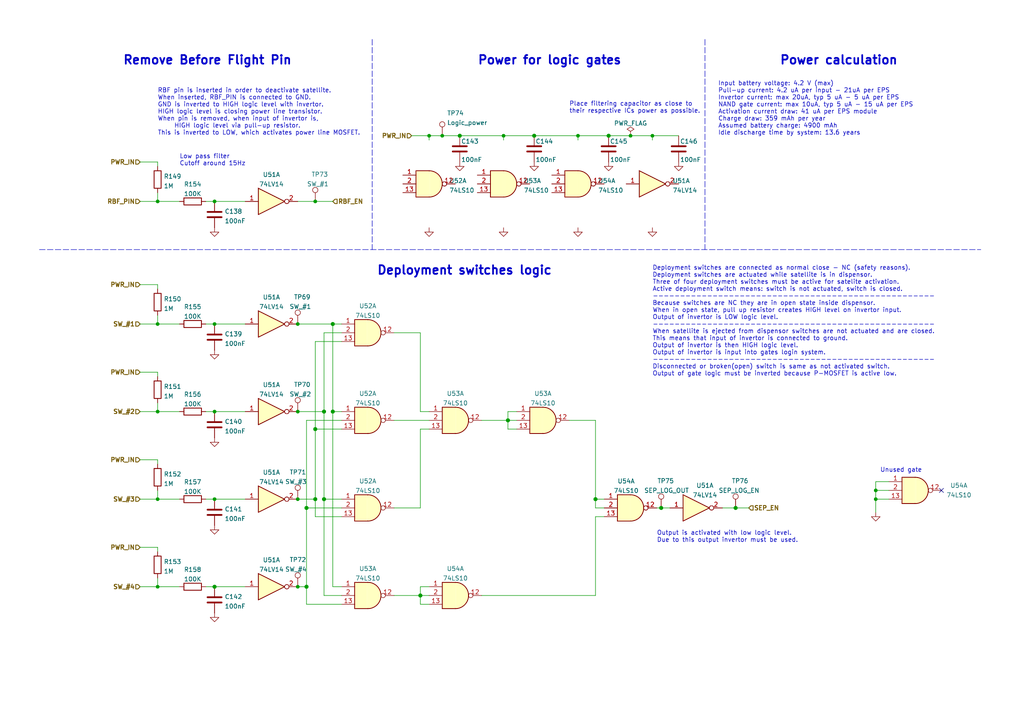
<source format=kicad_sch>
(kicad_sch (version 20210621) (generator eeschema)
  (paper "A4")
  (title_block (title "BUTCube - EPS") (date "2021-06-01") (rev "v1.0") (company "VUT - FIT(STRaDe) & FME(IAE & IPE)") (comment 1 "Author: Petr Malaník"))
  (lib_symbols
    (symbol "74xx:74LS10" (pin_names (offset 1.016))
      (property "Reference" "U" (at 0 1.27 0))
      (property "Value" "74LS10" (at 0 -1.27 0))
      (symbol "74LS10_1_1"
        (arc (start 0 -3.81) (end 0 3.81) (radius (at 0 0) (length 3.81) (angles -89.9 89.9)) (stroke (width 0.254)) (fill (type background)))
        (polyline (pts (xy 0 3.81) (xy -3.81 3.81) (xy -3.81 -3.81) (xy 0 -3.81)) (stroke (width 0.254)) (fill (type background)))
        (pin input line (at -7.62 2.54 0) (length 3.81) (name "~") (number "1"))
        (pin output inverted (at 7.62 0 180) (length 3.81) (name "~") (number "12"))
        (pin input line (at -7.62 -2.54 0) (length 3.81) (name "~") (number "13"))
        (pin input line (at -7.62 0 0) (length 3.81) (name "~") (number "2"))
      )
      (symbol "74LS10_1_2"
        (arc (start -3.81 3.81) (end -3.81 -3.81) (radius (at -9.144 0) (length 6.5532) (angles 35.4 -35.4)) (stroke (width 0.254)))
        (arc (start 3.81 0) (end -0.6096 3.81) (radius (at -1.1938 -1.3208) (length 5.1816) (angles 15 83.7)) (stroke (width 0.254)) (fill (type background)))
        (arc (start 3.81 0) (end -0.6096 -3.81) (radius (at -1.1938 1.3208) (length 5.1816) (angles -15 -83.7)) (stroke (width 0.254)) (fill (type background)))
        (polyline (pts (xy -3.81 -3.81) (xy -0.635 -3.81)) (stroke (width 0.254)) (fill (type background)))
        (polyline (pts (xy -3.81 3.81) (xy -0.635 3.81)) (stroke (width 0.254)) (fill (type background)))
        (polyline (pts (xy -0.635 3.81) (xy -3.81 3.81) (xy -3.81 3.81) (xy -3.556 3.4036) (xy -3.0226 2.2606) (xy -2.6924 1.0414) (xy -2.6162 -0.254) (xy -2.7686 -1.4986) (xy -3.175 -2.7178) (xy -3.81 -3.81) (xy -3.81 -3.81) (xy -0.635 -3.81)) (stroke (width -25.4)) (fill (type background)))
        (pin input inverted (at -7.62 2.54 0) (length 4.318) (name "~") (number "1"))
        (pin output line (at 7.62 0 180) (length 3.81) (name "~") (number "12"))
        (pin input inverted (at -7.62 -2.54 0) (length 4.318) (name "~") (number "13"))
        (pin input inverted (at -7.62 0 0) (length 4.953) (name "~") (number "2"))
      )
      (symbol "74LS10_2_1"
        (arc (start 0 -3.81) (end 0 3.81) (radius (at 0 0) (length 3.81) (angles -89.9 89.9)) (stroke (width 0.254)) (fill (type background)))
        (polyline (pts (xy 0 3.81) (xy -3.81 3.81) (xy -3.81 -3.81) (xy 0 -3.81)) (stroke (width 0.254)) (fill (type background)))
        (pin input line (at -7.62 2.54 0) (length 3.81) (name "~") (number "3"))
        (pin input line (at -7.62 0 0) (length 3.81) (name "~") (number "4"))
        (pin input line (at -7.62 -2.54 0) (length 3.81) (name "~") (number "5"))
        (pin output inverted (at 7.62 0 180) (length 3.81) (name "~") (number "6"))
      )
      (symbol "74LS10_2_2"
        (arc (start -3.81 3.81) (end -3.81 -3.81) (radius (at -9.144 0) (length 6.5532) (angles 35.4 -35.4)) (stroke (width 0.254)))
        (arc (start 3.81 0) (end -0.6096 3.81) (radius (at -1.1938 -1.3208) (length 5.1816) (angles 15 83.7)) (stroke (width 0.254)) (fill (type background)))
        (arc (start 3.81 0) (end -0.6096 -3.81) (radius (at -1.1938 1.3208) (length 5.1816) (angles -15 -83.7)) (stroke (width 0.254)) (fill (type background)))
        (polyline (pts (xy -3.81 -3.81) (xy -0.635 -3.81)) (stroke (width 0.254)) (fill (type background)))
        (polyline (pts (xy -3.81 3.81) (xy -0.635 3.81)) (stroke (width 0.254)) (fill (type background)))
        (polyline (pts (xy -0.635 3.81) (xy -3.81 3.81) (xy -3.81 3.81) (xy -3.556 3.4036) (xy -3.0226 2.2606) (xy -2.6924 1.0414) (xy -2.6162 -0.254) (xy -2.7686 -1.4986) (xy -3.175 -2.7178) (xy -3.81 -3.81) (xy -3.81 -3.81) (xy -0.635 -3.81)) (stroke (width -25.4)) (fill (type background)))
        (pin input inverted (at -7.62 2.54 0) (length 4.318) (name "~") (number "3"))
        (pin input inverted (at -7.62 0 0) (length 4.953) (name "~") (number "4"))
        (pin input inverted (at -7.62 -2.54 0) (length 4.318) (name "~") (number "5"))
        (pin output line (at 7.62 0 180) (length 3.81) (name "~") (number "6"))
      )
      (symbol "74LS10_3_1"
        (arc (start 0 -3.81) (end 0 3.81) (radius (at 0 0) (length 3.81) (angles -89.9 89.9)) (stroke (width 0.254)) (fill (type background)))
        (polyline (pts (xy 0 3.81) (xy -3.81 3.81) (xy -3.81 -3.81) (xy 0 -3.81)) (stroke (width 0.254)) (fill (type background)))
        (pin input line (at -7.62 0 0) (length 3.81) (name "~") (number "10"))
        (pin input line (at -7.62 -2.54 0) (length 3.81) (name "~") (number "11"))
        (pin output inverted (at 7.62 0 180) (length 3.81) (name "~") (number "8"))
        (pin input line (at -7.62 2.54 0) (length 3.81) (name "~") (number "9"))
      )
      (symbol "74LS10_3_2"
        (arc (start -3.81 3.81) (end -3.81 -3.81) (radius (at -9.144 0) (length 6.5532) (angles 35.4 -35.4)) (stroke (width 0.254)))
        (arc (start 3.81 0) (end -0.6096 3.81) (radius (at -1.1938 -1.3208) (length 5.1816) (angles 15 83.7)) (stroke (width 0.254)) (fill (type background)))
        (arc (start 3.81 0) (end -0.6096 -3.81) (radius (at -1.1938 1.3208) (length 5.1816) (angles -15 -83.7)) (stroke (width 0.254)) (fill (type background)))
        (polyline (pts (xy -3.81 -3.81) (xy -0.635 -3.81)) (stroke (width 0.254)) (fill (type background)))
        (polyline (pts (xy -3.81 3.81) (xy -0.635 3.81)) (stroke (width 0.254)) (fill (type background)))
        (polyline (pts (xy -0.635 3.81) (xy -3.81 3.81) (xy -3.81 3.81) (xy -3.556 3.4036) (xy -3.0226 2.2606) (xy -2.6924 1.0414) (xy -2.6162 -0.254) (xy -2.7686 -1.4986) (xy -3.175 -2.7178) (xy -3.81 -3.81) (xy -3.81 -3.81) (xy -0.635 -3.81)) (stroke (width -25.4)) (fill (type background)))
        (pin input inverted (at -7.62 0 0) (length 4.953) (name "~") (number "10"))
        (pin input inverted (at -7.62 -2.54 0) (length 4.318) (name "~") (number "11"))
        (pin output line (at 7.62 0 180) (length 3.81) (name "~") (number "8"))
        (pin input inverted (at -7.62 2.54 0) (length 4.318) (name "~") (number "9"))
      )
      (symbol "74LS10_4_0"
        (pin power_in line (at 0 12.7 270) (length 5.08) (name "VCC") (number "14"))
        (pin power_in line (at 0 -12.7 90) (length 5.08) (name "GND") (number "7"))
      )
      (symbol "74LS10_4_1"
        (rectangle (start -5.08 7.62) (end 5.08 -7.62) (stroke (width 0.254)) (fill (type background)))
      )
    )
    (symbol "74xx:74LV14" (pin_names (offset 1.016))
      (property "Reference" "U" (at 0 1.27 0))
      (property "Value" "74LV14" (at 0 -1.27 0))
      (symbol "74LV14_1_0"
        (polyline (pts (xy -3.81 3.81) (xy -3.81 -3.81) (xy 3.81 0) (xy -3.81 3.81)) (stroke (width 0.254)) (fill (type background)))
        (pin input line (at -7.62 0 0) (length 3.81) (name "~") (number "1"))
        (pin output inverted (at 7.62 0 180) (length 3.81) (name "~") (number "2"))
      )
      (symbol "74LV14_2_0"
        (polyline (pts (xy -3.81 3.81) (xy -3.81 -3.81) (xy 3.81 0) (xy -3.81 3.81)) (stroke (width 0.254)) (fill (type background)))
        (pin input line (at -7.62 0 0) (length 3.81) (name "~") (number "3"))
        (pin output inverted (at 7.62 0 180) (length 3.81) (name "~") (number "4"))
      )
      (symbol "74LV14_3_0"
        (polyline (pts (xy -3.81 3.81) (xy -3.81 -3.81) (xy 3.81 0) (xy -3.81 3.81)) (stroke (width 0.254)) (fill (type background)))
        (pin input line (at -7.62 0 0) (length 3.81) (name "~") (number "5"))
        (pin output inverted (at 7.62 0 180) (length 3.81) (name "~") (number "6"))
      )
      (symbol "74LV14_4_0"
        (polyline (pts (xy -3.81 3.81) (xy -3.81 -3.81) (xy 3.81 0) (xy -3.81 3.81)) (stroke (width 0.254)) (fill (type background)))
        (pin output inverted (at 7.62 0 180) (length 3.81) (name "~") (number "8"))
        (pin input line (at -7.62 0 0) (length 3.81) (name "~") (number "9"))
      )
      (symbol "74LV14_5_0"
        (polyline (pts (xy -3.81 3.81) (xy -3.81 -3.81) (xy 3.81 0) (xy -3.81 3.81)) (stroke (width 0.254)) (fill (type background)))
        (pin output inverted (at 7.62 0 180) (length 3.81) (name "~") (number "10"))
        (pin input line (at -7.62 0 0) (length 3.81) (name "~") (number "11"))
      )
      (symbol "74LV14_6_0"
        (polyline (pts (xy -3.81 3.81) (xy -3.81 -3.81) (xy 3.81 0) (xy -3.81 3.81)) (stroke (width 0.254)) (fill (type background)))
        (pin output inverted (at 7.62 0 180) (length 3.81) (name "~") (number "12"))
        (pin input line (at -7.62 0 0) (length 3.81) (name "~") (number "13"))
      )
      (symbol "74LV14_7_0"
        (pin power_in line (at 0 12.7 270) (length 5.08) (name "3.3V") (number "14"))
        (pin power_in line (at 0 -12.7 90) (length 5.08) (name "GND") (number "7"))
      )
      (symbol "74LV14_7_1"
        (rectangle (start -5.08 7.62) (end 5.08 -7.62) (stroke (width 0.254)) (fill (type background)))
      )
    )
    (symbol "Connector:TestPoint" (pin_numbers hide) (pin_names (offset 0.762) hide)
      (property "Reference" "TP" (at 0 6.858 0))
      (property "Value" "TestPoint" (at 0 5.08 0))
      (symbol "TestPoint_0_1"
        (circle (center 0 3.302) (radius 0.762))
      )
      (symbol "TestPoint_1_1"
        (pin passive line (at 0 0 90) (length 2.54) (name "1") (number "1"))
      )
    )
    (symbol "Device:C" (pin_numbers hide) (pin_names (offset 0.254))
      (property "Reference" "C" (at 0.635 2.54 0))
      (property "Value" "C" (at 0.635 -2.54 0))
      (symbol "C_0_1"
        (polyline (pts (xy -2.032 -0.762) (xy 2.032 -0.762)) (stroke (width 0.508)))
        (polyline (pts (xy -2.032 0.762) (xy 2.032 0.762)) (stroke (width 0.508)))
      )
      (symbol "C_1_1"
        (pin passive line (at 0 3.81 270) (length 2.794) (name "~") (number "1"))
        (pin passive line (at 0 -3.81 90) (length 2.794) (name "~") (number "2"))
      )
    )
    (symbol "Device:R" (pin_numbers hide) (pin_names (offset 0))
      (property "Reference" "R" (at 2.032 0 90))
      (property "Value" "R" (at 0 0 90))
      (symbol "R_0_1"
        (rectangle (start -1.016 -2.54) (end 1.016 2.54) (stroke (width 0.254)))
      )
      (symbol "R_1_1"
        (pin passive line (at 0 3.81 270) (length 1.27) (name "~") (number "1"))
        (pin passive line (at 0 -3.81 90) (length 1.27) (name "~") (number "2"))
      )
    )
    (symbol "power:GND" (power) (pin_names (offset 0))
      (property "Value" "GND" (at 0 -3.81 0))
      (symbol "GND_0_1"
        (polyline (pts (xy 0 0) (xy 0 -1.27) (xy 1.27 -1.27) (xy 0 -2.54) (xy -1.27 -1.27) (xy 0 -1.27)))
      )
      (symbol "GND_1_1"
        (pin power_in line (at 0 0 270) (length 0) hide (name "GND") (number "1"))
      )
    )
    (symbol "power:PWR_FLAG" (power) (pin_numbers hide) (pin_names (offset 0) hide)
      (property "Value" "PWR_FLAG" (at 0 3.81 0))
      (symbol "PWR_FLAG_0_0"
        (pin power_out line (at 0 0 90) (length 0) (name "pwr") (number "1"))
      )
      (symbol "PWR_FLAG_0_1"
        (polyline (pts (xy 0 0) (xy 0 1.27) (xy -1.016 1.905) (xy 0 2.54) (xy 1.016 1.905) (xy 0 1.27)))
      )
    )
  )
  (junction (at 45.72 58.42) (diameter 0.9144))
  (junction (at 45.72 93.98) (diameter 0.9144))
  (junction (at 45.72 119.38) (diameter 0.9144))
  (junction (at 45.72 144.78) (diameter 0.9144))
  (junction (at 45.72 170.18) (diameter 0.9144))
  (junction (at 62.23 58.42) (diameter 0.9144))
  (junction (at 62.23 93.98) (diameter 0.9144))
  (junction (at 62.23 119.38) (diameter 0.9144))
  (junction (at 62.23 144.78) (diameter 0.9144))
  (junction (at 62.23 170.18) (diameter 1.016))
  (junction (at 86.36 93.98) (diameter 0.9144))
  (junction (at 86.36 119.38) (diameter 0.9144))
  (junction (at 86.36 144.78) (diameter 0.9144))
  (junction (at 86.36 170.18) (diameter 0.9144))
  (junction (at 88.9 147.32) (diameter 1.016))
  (junction (at 88.9 170.18) (diameter 1.016))
  (junction (at 91.44 58.42) (diameter 0.9144))
  (junction (at 91.44 124.46) (diameter 1.016))
  (junction (at 91.44 144.78) (diameter 1.016))
  (junction (at 93.98 119.38) (diameter 1.016))
  (junction (at 93.98 144.78) (diameter 1.016))
  (junction (at 96.52 93.98) (diameter 1.016))
  (junction (at 96.52 119.38) (diameter 1.016))
  (junction (at 121.92 172.72) (diameter 1.016))
  (junction (at 124.46 39.37) (diameter 0.9144))
  (junction (at 128.27 39.37) (diameter 0.9144))
  (junction (at 133.35 39.37) (diameter 1.016))
  (junction (at 146.05 39.37) (diameter 0.9144))
  (junction (at 147.32 121.92) (diameter 1.016))
  (junction (at 154.94 39.37) (diameter 1.016))
  (junction (at 167.64 39.37) (diameter 0.9144))
  (junction (at 172.72 144.78) (diameter 1.016))
  (junction (at 176.53 39.37) (diameter 1.016))
  (junction (at 182.88 39.37) (diameter 0.9144))
  (junction (at 189.23 39.37) (diameter 0.9144))
  (junction (at 191.77 147.32) (diameter 1.016))
  (junction (at 213.36 147.32) (diameter 1.016))
  (junction (at 254 142.24) (diameter 0.9144))
  (junction (at 254 144.78) (diameter 0.9144))
  (no_connect (at 273.05 142.24))
  (wire (pts (xy 40.64 46.99) (xy 45.72 46.99)))
  (wire (pts (xy 40.64 58.42) (xy 45.72 58.42)))
  (wire (pts (xy 40.64 82.55) (xy 45.72 82.55)))
  (wire (pts (xy 40.64 93.98) (xy 45.72 93.98)))
  (wire (pts (xy 40.64 107.95) (xy 45.72 107.95)))
  (wire (pts (xy 40.64 119.38) (xy 45.72 119.38)))
  (wire (pts (xy 40.64 133.35) (xy 45.72 133.35)))
  (wire (pts (xy 40.64 144.78) (xy 45.72 144.78)))
  (wire (pts (xy 40.64 158.75) (xy 45.72 158.75)))
  (wire (pts (xy 40.64 170.18) (xy 45.72 170.18)))
  (wire (pts (xy 45.72 46.99) (xy 45.72 48.26)))
  (wire (pts (xy 45.72 55.88) (xy 45.72 58.42)))
  (wire (pts (xy 45.72 58.42) (xy 52.07 58.42)))
  (wire (pts (xy 45.72 82.55) (xy 45.72 83.82)))
  (wire (pts (xy 45.72 91.44) (xy 45.72 93.98)))
  (wire (pts (xy 45.72 93.98) (xy 52.07 93.98)))
  (wire (pts (xy 45.72 107.95) (xy 45.72 109.22)))
  (wire (pts (xy 45.72 116.84) (xy 45.72 119.38)))
  (wire (pts (xy 45.72 119.38) (xy 52.07 119.38)))
  (wire (pts (xy 45.72 133.35) (xy 45.72 134.62)))
  (wire (pts (xy 45.72 142.24) (xy 45.72 144.78)))
  (wire (pts (xy 45.72 144.78) (xy 52.07 144.78)))
  (wire (pts (xy 45.72 158.75) (xy 45.72 160.02)))
  (wire (pts (xy 45.72 167.64) (xy 45.72 170.18)))
  (wire (pts (xy 45.72 170.18) (xy 52.07 170.18)))
  (wire (pts (xy 59.69 58.42) (xy 62.23 58.42)))
  (wire (pts (xy 59.69 93.98) (xy 62.23 93.98)))
  (wire (pts (xy 59.69 119.38) (xy 62.23 119.38)))
  (wire (pts (xy 59.69 144.78) (xy 62.23 144.78)))
  (wire (pts (xy 59.69 170.18) (xy 62.23 170.18)))
  (wire (pts (xy 62.23 58.42) (xy 71.12 58.42)))
  (wire (pts (xy 62.23 93.98) (xy 71.12 93.98)))
  (wire (pts (xy 62.23 119.38) (xy 71.12 119.38)))
  (wire (pts (xy 62.23 144.78) (xy 71.12 144.78)))
  (wire (pts (xy 62.23 170.18) (xy 71.12 170.18)))
  (wire (pts (xy 86.36 119.38) (xy 93.98 119.38)))
  (wire (pts (xy 86.36 144.78) (xy 91.44 144.78)))
  (wire (pts (xy 88.9 121.92) (xy 99.06 121.92)))
  (wire (pts (xy 88.9 147.32) (xy 88.9 121.92)))
  (wire (pts (xy 88.9 147.32) (xy 99.06 147.32)))
  (wire (pts (xy 88.9 170.18) (xy 86.36 170.18)))
  (wire (pts (xy 88.9 170.18) (xy 88.9 147.32)))
  (wire (pts (xy 88.9 175.26) (xy 88.9 170.18)))
  (wire (pts (xy 91.44 58.42) (xy 86.36 58.42)))
  (wire (pts (xy 91.44 58.42) (xy 96.52 58.42)))
  (wire (pts (xy 91.44 99.06) (xy 99.06 99.06)))
  (wire (pts (xy 91.44 124.46) (xy 91.44 99.06)))
  (wire (pts (xy 91.44 124.46) (xy 99.06 124.46)))
  (wire (pts (xy 91.44 144.78) (xy 91.44 124.46)))
  (wire (pts (xy 91.44 149.86) (xy 91.44 144.78)))
  (wire (pts (xy 93.98 96.52) (xy 99.06 96.52)))
  (wire (pts (xy 93.98 119.38) (xy 93.98 96.52)))
  (wire (pts (xy 93.98 119.38) (xy 93.98 144.78)))
  (wire (pts (xy 93.98 144.78) (xy 93.98 172.72)))
  (wire (pts (xy 93.98 144.78) (xy 99.06 144.78)))
  (wire (pts (xy 93.98 172.72) (xy 99.06 172.72)))
  (wire (pts (xy 96.52 93.98) (xy 86.36 93.98)))
  (wire (pts (xy 96.52 93.98) (xy 99.06 93.98)))
  (wire (pts (xy 96.52 119.38) (xy 96.52 93.98)))
  (wire (pts (xy 96.52 119.38) (xy 99.06 119.38)))
  (wire (pts (xy 96.52 170.18) (xy 96.52 119.38)))
  (wire (pts (xy 99.06 149.86) (xy 91.44 149.86)))
  (wire (pts (xy 99.06 170.18) (xy 96.52 170.18)))
  (wire (pts (xy 99.06 175.26) (xy 88.9 175.26)))
  (wire (pts (xy 114.3 121.92) (xy 124.46 121.92)))
  (wire (pts (xy 114.3 147.32) (xy 121.92 147.32)))
  (wire (pts (xy 114.3 172.72) (xy 121.92 172.72)))
  (wire (pts (xy 119.38 39.37) (xy 124.46 39.37)))
  (wire (pts (xy 121.92 96.52) (xy 114.3 96.52)))
  (wire (pts (xy 121.92 119.38) (xy 121.92 96.52)))
  (wire (pts (xy 121.92 124.46) (xy 124.46 124.46)))
  (wire (pts (xy 121.92 147.32) (xy 121.92 124.46)))
  (wire (pts (xy 121.92 170.18) (xy 124.46 170.18)))
  (wire (pts (xy 121.92 172.72) (xy 121.92 170.18)))
  (wire (pts (xy 121.92 172.72) (xy 124.46 172.72)))
  (wire (pts (xy 121.92 175.26) (xy 121.92 172.72)))
  (wire (pts (xy 124.46 39.37) (xy 124.46 40.64)))
  (wire (pts (xy 124.46 39.37) (xy 128.27 39.37)))
  (wire (pts (xy 124.46 119.38) (xy 121.92 119.38)))
  (wire (pts (xy 124.46 175.26) (xy 121.92 175.26)))
  (wire (pts (xy 128.27 39.37) (xy 133.35 39.37)))
  (wire (pts (xy 133.35 39.37) (xy 146.05 39.37)))
  (wire (pts (xy 139.7 121.92) (xy 147.32 121.92)))
  (wire (pts (xy 146.05 39.37) (xy 146.05 40.64)))
  (wire (pts (xy 146.05 39.37) (xy 154.94 39.37)))
  (wire (pts (xy 147.32 119.38) (xy 147.32 121.92)))
  (wire (pts (xy 147.32 121.92) (xy 147.32 124.46)))
  (wire (pts (xy 147.32 121.92) (xy 149.86 121.92)))
  (wire (pts (xy 147.32 124.46) (xy 149.86 124.46)))
  (wire (pts (xy 149.86 119.38) (xy 147.32 119.38)))
  (wire (pts (xy 154.94 39.37) (xy 167.64 39.37)))
  (wire (pts (xy 167.64 39.37) (xy 167.64 40.64)))
  (wire (pts (xy 167.64 39.37) (xy 176.53 39.37)))
  (wire (pts (xy 172.72 121.92) (xy 165.1 121.92)))
  (wire (pts (xy 172.72 144.78) (xy 172.72 121.92)))
  (wire (pts (xy 172.72 144.78) (xy 175.26 144.78)))
  (wire (pts (xy 172.72 147.32) (xy 172.72 144.78)))
  (wire (pts (xy 172.72 149.86) (xy 172.72 172.72)))
  (wire (pts (xy 172.72 172.72) (xy 139.7 172.72)))
  (wire (pts (xy 175.26 147.32) (xy 172.72 147.32)))
  (wire (pts (xy 175.26 149.86) (xy 172.72 149.86)))
  (wire (pts (xy 176.53 39.37) (xy 182.88 39.37)))
  (wire (pts (xy 182.88 39.37) (xy 189.23 39.37)))
  (wire (pts (xy 189.23 39.37) (xy 189.23 40.64)))
  (wire (pts (xy 189.23 39.37) (xy 196.85 39.37)))
  (wire (pts (xy 190.5 147.32) (xy 191.77 147.32)))
  (wire (pts (xy 191.77 147.32) (xy 194.31 147.32)))
  (wire (pts (xy 209.55 147.32) (xy 213.36 147.32)))
  (wire (pts (xy 213.36 147.32) (xy 217.17 147.32)))
  (wire (pts (xy 254 139.7) (xy 254 142.24)))
  (wire (pts (xy 254 142.24) (xy 254 144.78)))
  (wire (pts (xy 254 142.24) (xy 257.81 142.24)))
  (wire (pts (xy 254 144.78) (xy 254 148.59)))
  (wire (pts (xy 254 144.78) (xy 257.81 144.78)))
  (wire (pts (xy 257.81 139.7) (xy 254 139.7)))
  (polyline (pts (xy 11.43 72.39) (xy 284.48 72.39)) (stroke (width 0) (type dash)))
  (polyline (pts (xy 107.95 11.43) (xy 107.95 72.39)) (stroke (width 0) (type dash)))
  (polyline (pts (xy 204.47 11.43) (xy 204.47 72.39)) (stroke (width 0) (type dash)))
  (text "Remove Before Flight Pin" (at 35.56 19.05 0) (effects (font (size 2.5 2.5) (thickness 0.5) bold) (justify left bottom)))
  (text "RBF pin is inserted in order to deactivate satellite.\nWhen inserted, RBF_PIN is connected to GND.\nGND is inverted to HIGH logic level with invertor.\nHIGH logic level is closing power line transistor.\nWhen pin is removed, when input of invertor is,\n	HIGH logic level via pull-up resistor.\nThis is inverted to LOW, which activates power line MOSFET." (at 45.72 39.37 0) (effects (font (size 1.27 1.27)) (justify left bottom)))
  (text "Low pass filter\nCutoff around 15Hz" (at 52.07 48.26 0) (effects (font (size 1.27 1.27)) (justify left bottom)))
  (text "Deployment switches logic" (at 109.22 80.01 0) (effects (font (size 2.5 2.5) (thickness 0.5) bold) (justify left bottom)))
  (text "Power for logic gates" (at 138.43 19.05 0) (effects (font (size 2.5 2.5) (thickness 0.5) bold) (justify left bottom)))
  (text "Place filtering capacitor as close to\ntheir respective ICs power as possible." (at 165.1 33.02 0) (effects (font (size 1.27 1.27)) (justify left bottom)))
  (text "Deployment switches are connected as normal close - NC (safety reasons).\nDeployment switches are actuated while satellite is in dispensor.\nThree of four deployment switches must be active for satelite activation.\nActive deployment switch means: switch is not actuated, switch is closed.\n----------------------------------------------------\nBecause switches are NC they are in open state inside dispensor.\nWhen in open state, pull up resistor creates HIGH level on invertor input.\nOutput of invertor is LOW logic level.\n----------------------------------------------------\nWhen satellite is ejected from dispensor switches are not actuated and are closed.\nThis means that input of invertor is connected to ground.\nOutput of invertor is then HIGH logic level.\nOutput of invertor is input into gates login system.\n----------------------------------------------------\nDisconnected or broken(open) switch is same as not activated switch.\nOutput of gate logic must be inverted because P-MOSFET is active low." (at 189.23 109.22 0) (effects (font (size 1.27 1.27)) (justify left bottom)))
  (text "Output is activated with low logic level.\nDue to this output invertor must be used." (at 190.5 157.48 0) (effects (font (size 1.27 1.27)) (justify left bottom)))
  (text "Input battery voltage: 4.2 V (max)\nPull-up current: 4.2 uA per input - 21uA per EPS\nInvertor current: max 20uA, typ 5 uA - 5 uA per EPS\nNAND gate current: max 10uA, typ 5 uA - 15 uA per EPS\nActivation current draw: 41 uA per EPS module\nCharge draw: 359 mAh per year\nAssumed battery charge: 4900 mAh\nIdle discharge time by system: 13.6 years" (at 208.28 39.37 0) (effects (font (size 1.27 1.27)) (justify left bottom)))
  (text "Power calculation" (at 226.06 19.05 0) (effects (font (size 2.5 2.5) (thickness 0.5) bold) (justify left bottom)))
  (text "Unused gate" (at 255.27 137.16 0) (effects (font (size 1.27 1.27)) (justify left bottom)))
  (hierarchical_label "PWR_IN" (shape input) (at 40.64 46.99 180) (effects (font (thickness 0.254))))
  (hierarchical_label "RBF_PIN" (shape input) (at 40.64 58.42 180) (effects (font (thickness 0.254))))
  (hierarchical_label "PWR_IN" (shape input) (at 40.64 82.55 180) (effects (font (thickness 0.254))))
  (hierarchical_label "SW_#1" (shape input) (at 40.64 93.98 180) (effects (font (thickness 0.254))))
  (hierarchical_label "PWR_IN" (shape input) (at 40.64 107.95 180) (effects (font (thickness 0.254))))
  (hierarchical_label "SW_#2" (shape input) (at 40.64 119.38 180) (effects (font (thickness 0.254))))
  (hierarchical_label "PWR_IN" (shape input) (at 40.64 133.35 180) (effects (font (thickness 0.254))))
  (hierarchical_label "SW_#3" (shape input) (at 40.64 144.78 180) (effects (font (thickness 0.254))))
  (hierarchical_label "PWR_IN" (shape input) (at 40.64 158.75 180) (effects (font (thickness 0.254))))
  (hierarchical_label "SW_#4" (shape input) (at 40.64 170.18 180) (effects (font (thickness 0.254))))
  (hierarchical_label "RBF_EN" (shape input) (at 96.52 58.42 0) (effects (font (thickness 0.254))))
  (hierarchical_label "PWR_IN" (shape input) (at 119.38 39.37 180) (effects (font (thickness 0.254))))
  (hierarchical_label "SEP_EN" (shape input) (at 217.17 147.32 0) (effects (font (thickness 0.254))))
  (symbol (lib_id "power:PWR_FLAG") (at 182.88 39.37 0)
    (property "Reference" "#FLG035" (effects hide))
    (property "Value" "PWR_FLAG" (at 182.88 35.7654 0))
  )
  (symbol (lib_id "Connector:TestPoint") (at 86.36 93.98 0)
    (property "Reference" "TP69" (at 85.2171 86.15 0) (effects (justify left)))
    (property "Value" "SW_#1" (at 83.9471 88.9251 0) (effects (justify left)))
    (property "Footprint" "TCY_connectors:TestPoint_Pad_D0.5mm" (effects hide))
  )
  (symbol (lib_id "Connector:TestPoint") (at 86.36 119.38 0)
    (property "Reference" "TP70" (at 85.2171 111.55 0) (effects (justify left)))
    (property "Value" "SW_#2" (at 83.9471 114.3251 0) (effects (justify left)))
    (property "Footprint" "TCY_connectors:TestPoint_Pad_D0.5mm" (effects hide))
  )
  (symbol (lib_id "Connector:TestPoint") (at 86.36 144.78 0)
    (property "Reference" "TP71" (at 83.9471 136.95 0) (effects (justify left)))
    (property "Value" "SW_#3" (at 82.6771 139.7251 0) (effects (justify left)))
    (property "Footprint" "TCY_connectors:TestPoint_Pad_D0.5mm" (effects hide))
  )
  (symbol (lib_id "Connector:TestPoint") (at 86.36 170.18 0)
    (property "Reference" "TP72" (at 83.9471 162.35 0) (effects (justify left)))
    (property "Value" "SW_#4" (at 82.6771 165.1251 0) (effects (justify left)))
    (property "Footprint" "TCY_connectors:TestPoint_Pad_D0.5mm" (effects hide))
  )
  (symbol (lib_id "Connector:TestPoint") (at 91.44 58.42 0)
    (property "Reference" "TP73" (at 90.2971 50.59 0) (effects (justify left)))
    (property "Value" "SW_#1" (at 89.0271 53.3651 0) (effects (justify left)))
    (property "Footprint" "TCY_connectors:TestPoint_Pad_D0.5mm" (effects hide))
  )
  (symbol (lib_id "Connector:TestPoint") (at 128.27 39.37 0)
    (property "Reference" "TP74" (at 129.6671 32.81 0) (effects (justify left)))
    (property "Value" "Logic_power" (at 129.6671 35.5851 0) (effects (justify left)))
    (property "Footprint" "TCY_connectors:TestPoint_Pad_D0.5mm" (effects hide))
  )
  (symbol (lib_id "Connector:TestPoint") (at 191.77 147.32 0)
    (property "Reference" "TP75" (at 190.6271 139.49 0) (effects (justify left)))
    (property "Value" "SEP_LOG_OUT" (at 186.8171 142.2651 0) (effects (justify left)))
    (property "Footprint" "TCY_connectors:TestPoint_Pad_D0.5mm" (effects hide))
  )
  (symbol (lib_id "Connector:TestPoint") (at 213.36 147.32 0)
    (property "Reference" "TP76" (at 212.2171 139.49 0) (effects (justify left)))
    (property "Value" "SEP_LOG_EN" (at 208.4071 142.2651 0) (effects (justify left)))
    (property "Footprint" "TCY_connectors:TestPoint_Pad_D0.5mm" (effects hide))
  )
  (symbol (lib_id "power:GND") (at 62.23 66.04 0)
    (property "Reference" "#PWR0312" (effects hide))
    (property "Value" "GND" (effects hide))
  )
  (symbol (lib_id "power:GND") (at 62.23 101.6 0)
    (property "Reference" "#PWR0313" (effects hide))
    (property "Value" "GND" (effects hide))
  )
  (symbol (lib_id "power:GND") (at 62.23 127 0)
    (property "Reference" "#PWR0314" (effects hide))
    (property "Value" "GND" (effects hide))
  )
  (symbol (lib_id "power:GND") (at 62.23 152.4 0)
    (property "Reference" "#PWR0315" (effects hide))
    (property "Value" "GND" (effects hide))
  )
  (symbol (lib_id "power:GND") (at 62.23 177.8 0)
    (property "Reference" "#PWR0316" (effects hide))
    (property "Value" "GND" (effects hide))
  )
  (symbol (lib_id "power:GND") (at 124.46 66.04 0)
    (property "Reference" "#PWR0317" (effects hide))
    (property "Value" "GND" (effects hide))
  )
  (symbol (lib_id "power:GND") (at 133.35 46.99 0)
    (property "Reference" "#PWR0318" (effects hide))
    (property "Value" "GND" (effects hide))
  )
  (symbol (lib_id "power:GND") (at 146.05 66.04 0)
    (property "Reference" "#PWR0319" (effects hide))
    (property "Value" "GND" (effects hide))
  )
  (symbol (lib_id "power:GND") (at 154.94 46.99 0)
    (property "Reference" "#PWR0320" (effects hide))
    (property "Value" "GND" (effects hide))
  )
  (symbol (lib_id "power:GND") (at 167.64 66.04 0)
    (property "Reference" "#PWR0321" (effects hide))
    (property "Value" "GND" (effects hide))
  )
  (symbol (lib_id "power:GND") (at 176.53 46.99 0)
    (property "Reference" "#PWR0322" (effects hide))
    (property "Value" "GND" (effects hide))
  )
  (symbol (lib_id "power:GND") (at 189.23 66.04 0)
    (property "Reference" "#PWR0323" (effects hide))
    (property "Value" "GND" (effects hide))
  )
  (symbol (lib_id "power:GND") (at 196.85 46.99 0)
    (property "Reference" "#PWR0324" (effects hide))
    (property "Value" "GND" (effects hide))
  )
  (symbol (lib_id "power:GND") (at 254 148.59 0)
    (property "Reference" "#PWR0325" (effects hide))
    (property "Value" "GND" (effects hide))
  )
  (symbol (lib_id "Device:R") (at 45.72 52.07 0)
    (property "Reference" "R149" (at 47.4981 51.1615 0) (effects (justify left)))
    (property "Value" "1M" (at 47.4981 53.9366 0) (effects (justify left)))
    (property "Footprint" "Resistor_SMD:R_0603_1608Metric" (effects hide))
  )
  (symbol (lib_id "Device:R") (at 45.72 87.63 0)
    (property "Reference" "R150" (at 47.4981 86.7215 0) (effects (justify left)))
    (property "Value" "1M" (at 47.4981 89.4966 0) (effects (justify left)))
    (property "Footprint" "Resistor_SMD:R_0603_1608Metric" (effects hide))
  )
  (symbol (lib_id "Device:R") (at 45.72 113.03 0)
    (property "Reference" "R151" (at 47.4981 112.1215 0) (effects (justify left)))
    (property "Value" "1M" (at 47.4981 114.8966 0) (effects (justify left)))
    (property "Footprint" "Resistor_SMD:R_0603_1608Metric" (effects hide))
  )
  (symbol (lib_id "Device:R") (at 45.72 138.43 0)
    (property "Reference" "R152" (at 47.4981 137.5215 0) (effects (justify left)))
    (property "Value" "1M" (at 47.4981 140.2966 0) (effects (justify left)))
    (property "Footprint" "Resistor_SMD:R_0603_1608Metric" (effects hide))
  )
  (symbol (lib_id "Device:R") (at 45.72 163.83 0)
    (property "Reference" "R153" (at 47.4981 162.9215 0) (effects (justify left)))
    (property "Value" "1M" (at 47.4981 165.6966 0) (effects (justify left)))
    (property "Footprint" "Resistor_SMD:R_0603_1608Metric" (effects hide))
  )
  (symbol (lib_id "Device:R") (at 55.88 58.42 90)
    (property "Reference" "R154" (at 55.88 53.4374 90))
    (property "Value" "100K" (at 55.88 56.2125 90))
    (property "Footprint" "Resistor_SMD:R_0603_1608Metric" (effects hide))
  )
  (symbol (lib_id "Device:R") (at 55.88 93.98 90)
    (property "Reference" "R155" (at 55.88 88.9974 90))
    (property "Value" "100K" (at 55.88 91.7725 90))
    (property "Footprint" "Resistor_SMD:R_0603_1608Metric" (effects hide))
  )
  (symbol (lib_id "Device:R") (at 55.88 119.38 90)
    (property "Reference" "R156" (at 55.88 114.3974 90))
    (property "Value" "100K" (at 55.88 117.1725 90))
    (property "Footprint" "Resistor_SMD:R_0603_1608Metric" (effects hide))
  )
  (symbol (lib_id "Device:R") (at 55.88 144.78 90)
    (property "Reference" "R157" (at 55.88 139.7974 90))
    (property "Value" "100K" (at 55.88 142.5725 90))
    (property "Footprint" "Resistor_SMD:R_0603_1608Metric" (effects hide))
  )
  (symbol (lib_id "Device:R") (at 55.88 170.18 90)
    (property "Reference" "R158" (at 55.88 165.1974 90))
    (property "Value" "100K" (at 55.88 167.9725 90))
    (property "Footprint" "Resistor_SMD:R_0603_1608Metric" (effects hide))
  )
  (symbol (lib_id "Device:C") (at 62.23 62.23 0)
    (property "Reference" "C138" (at 65.1511 61.3215 0) (effects (justify left)))
    (property "Value" "100nF" (at 65.1511 64.0966 0) (effects (justify left)))
    (property "Footprint" "Capacitor_SMD:C_0603_1608Metric" (effects hide))
  )
  (symbol (lib_id "Device:C") (at 62.23 97.79 0)
    (property "Reference" "C139" (at 65.1511 96.8815 0) (effects (justify left)))
    (property "Value" "100nF" (at 65.1511 99.6566 0) (effects (justify left)))
    (property "Footprint" "Capacitor_SMD:C_0603_1608Metric" (effects hide))
  )
  (symbol (lib_id "Device:C") (at 62.23 123.19 0)
    (property "Reference" "C140" (at 65.1511 122.2815 0) (effects (justify left)))
    (property "Value" "100nF" (at 65.1511 125.0566 0) (effects (justify left)))
    (property "Footprint" "Capacitor_SMD:C_0603_1608Metric" (effects hide))
  )
  (symbol (lib_id "Device:C") (at 62.23 148.59 0)
    (property "Reference" "C141" (at 65.1511 147.6815 0) (effects (justify left)))
    (property "Value" "100nF" (at 65.1511 150.4566 0) (effects (justify left)))
    (property "Footprint" "Capacitor_SMD:C_0603_1608Metric" (effects hide))
  )
  (symbol (lib_id "Device:C") (at 62.23 173.99 0)
    (property "Reference" "C142" (at 65.1511 173.0815 0) (effects (justify left)))
    (property "Value" "100nF" (at 65.1511 175.8566 0) (effects (justify left)))
    (property "Footprint" "Capacitor_SMD:C_0603_1608Metric" (effects hide))
  )
  (symbol (lib_id "Device:C") (at 133.35 43.18 0)
    (property "Reference" "C143" (at 133.7311 41.0015 0) (effects (justify left)))
    (property "Value" "100nF" (at 133.7311 46.3166 0) (effects (justify left)))
    (property "Footprint" "Capacitor_SMD:C_0603_1608Metric" (effects hide))
  )
  (symbol (lib_id "Device:C") (at 154.94 43.18 0)
    (property "Reference" "C144" (at 155.3211 41.0015 0) (effects (justify left)))
    (property "Value" "100nF" (at 155.3211 46.3166 0) (effects (justify left)))
    (property "Footprint" "Capacitor_SMD:C_0603_1608Metric" (effects hide))
  )
  (symbol (lib_id "Device:C") (at 176.53 43.18 0)
    (property "Reference" "C145" (at 176.9111 41.0015 0) (effects (justify left)))
    (property "Value" "100nF" (at 176.9111 46.3166 0) (effects (justify left)))
    (property "Footprint" "Capacitor_SMD:C_0603_1608Metric" (effects hide))
  )
  (symbol (lib_id "Device:C") (at 196.85 43.18 0)
    (property "Reference" "C146" (at 197.2311 41.0015 0) (effects (justify left)))
    (property "Value" "100nF" (at 197.2311 46.3166 0) (effects (justify left)))
    (property "Footprint" "Capacitor_SMD:C_0603_1608Metric" (effects hide))
  )
  (symbol (lib_id "74xx:74LV14") (at 78.74 58.42 0)
    (property "Reference" "U51" (at 78.74 50.6434 0))
    (property "Value" "74LV14" (at 78.74 53.4185 0))
    (property "Footprint" "Package_DFN_QFN:Texas_S-PVQFN-N14" (effects hide))
    (property "Datasheet" "http://www.ti.com/lit/gpn/sn74LV14" (effects hide))
  )
  (symbol (lib_id "74xx:74LV14") (at 78.74 93.98 0)
    (property "Reference" "U51" (at 78.74 86.2034 0))
    (property "Value" "74LV14" (at 78.74 88.9785 0))
    (property "Footprint" "Package_DFN_QFN:Texas_S-PVQFN-N14" (effects hide))
    (property "Datasheet" "http://www.ti.com/lit/gpn/sn74LV14" (effects hide))
  )
  (symbol (lib_id "74xx:74LV14") (at 78.74 119.38 0)
    (property "Reference" "U51" (at 78.74 111.6034 0))
    (property "Value" "74LV14" (at 78.74 114.3785 0))
    (property "Footprint" "Package_DFN_QFN:Texas_S-PVQFN-N14" (effects hide))
    (property "Datasheet" "http://www.ti.com/lit/gpn/sn74LV14" (effects hide))
  )
  (symbol (lib_id "74xx:74LV14") (at 78.74 144.78 0)
    (property "Reference" "U51" (at 78.74 137.0034 0))
    (property "Value" "74LV14" (at 78.74 139.7785 0))
    (property "Footprint" "Package_DFN_QFN:Texas_S-PVQFN-N14" (effects hide))
    (property "Datasheet" "http://www.ti.com/lit/gpn/sn74LV14" (effects hide))
  )
  (symbol (lib_id "74xx:74LV14") (at 78.74 170.18 0)
    (property "Reference" "U51" (at 78.74 162.4034 0))
    (property "Value" "74LV14" (at 78.74 165.1785 0))
    (property "Footprint" "Package_DFN_QFN:Texas_S-PVQFN-N14" (effects hide))
    (property "Datasheet" "http://www.ti.com/lit/gpn/sn74LV14" (effects hide))
  )
  (symbol (lib_id "74xx:74LS10") (at 106.68 96.52 0)
    (property "Reference" "U52" (at 106.68 88.7434 0))
    (property "Value" "74LS10" (at 106.68 91.5185 0))
    (property "Footprint" "TCY_IC:Nexperia_DHVQFN-14" (effects hide))
    (property "Datasheet" "http://www.ti.com/lit/gpn/sn74LS10" (effects hide))
  )
  (symbol (lib_id "74xx:74LS10") (at 106.68 121.92 0)
    (property "Reference" "U52" (at 106.68 114.1434 0))
    (property "Value" "74LS10" (at 106.68 116.9185 0))
    (property "Footprint" "TCY_IC:Nexperia_DHVQFN-14" (effects hide))
    (property "Datasheet" "http://www.ti.com/lit/gpn/sn74LS10" (effects hide))
  )
  (symbol (lib_id "74xx:74LS10") (at 106.68 147.32 0)
    (property "Reference" "U52" (at 106.68 139.5434 0))
    (property "Value" "74LS10" (at 106.68 142.3185 0))
    (property "Footprint" "TCY_IC:Nexperia_DHVQFN-14" (effects hide))
    (property "Datasheet" "http://www.ti.com/lit/gpn/sn74LS10" (effects hide))
  )
  (symbol (lib_id "74xx:74LS10") (at 106.68 172.72 0)
    (property "Reference" "U53" (at 106.68 164.9434 0))
    (property "Value" "74LS10" (at 106.68 167.7185 0))
    (property "Footprint" "TCY_IC:Nexperia_DHVQFN-14" (effects hide))
    (property "Datasheet" "http://www.ti.com/lit/gpn/sn74LS10" (effects hide))
  )
  (symbol (lib_id "74xx:74LS10") (at 124.46 53.34 0)
    (property "Reference" "U52" (at 130.3021 52.4315 0) (effects (justify left)))
    (property "Value" "74LS10" (at 130.3021 55.2066 0) (effects (justify left)))
    (property "Footprint" "TCY_IC:Nexperia_DHVQFN-14" (effects hide))
    (property "Datasheet" "http://www.ti.com/lit/gpn/sn74LS10" (effects hide))
  )
  (symbol (lib_id "74xx:74LS10") (at 132.08 121.92 0)
    (property "Reference" "U53" (at 132.08 114.1434 0))
    (property "Value" "74LS10" (at 132.08 116.9185 0))
    (property "Footprint" "TCY_IC:Nexperia_DHVQFN-14" (effects hide))
    (property "Datasheet" "http://www.ti.com/lit/gpn/sn74LS10" (effects hide))
  )
  (symbol (lib_id "74xx:74LS10") (at 132.08 172.72 0)
    (property "Reference" "U54" (at 132.08 164.9434 0))
    (property "Value" "74LS10" (at 132.08 167.7185 0))
    (property "Footprint" "TCY_IC:Nexperia_DHVQFN-14" (effects hide))
    (property "Datasheet" "http://www.ti.com/lit/gpn/sn74LS10" (effects hide))
  )
  (symbol (lib_id "74xx:74LS10") (at 146.05 53.34 0)
    (property "Reference" "U53" (at 151.8921 52.4315 0) (effects (justify left)))
    (property "Value" "74LS10" (at 151.8921 55.2066 0) (effects (justify left)))
    (property "Footprint" "TCY_IC:Nexperia_DHVQFN-14" (effects hide))
    (property "Datasheet" "http://www.ti.com/lit/gpn/sn74LS10" (effects hide))
  )
  (symbol (lib_id "74xx:74LS10") (at 157.48 121.92 0)
    (property "Reference" "U53" (at 157.48 114.1434 0))
    (property "Value" "74LS10" (at 157.48 116.9185 0))
    (property "Footprint" "TCY_IC:Nexperia_DHVQFN-14" (effects hide))
    (property "Datasheet" "http://www.ti.com/lit/gpn/sn74LS10" (effects hide))
  )
  (symbol (lib_id "74xx:74LS10") (at 167.64 53.34 0)
    (property "Reference" "U54" (at 173.4821 52.4315 0) (effects (justify left)))
    (property "Value" "74LS10" (at 173.4821 55.2066 0) (effects (justify left)))
    (property "Footprint" "TCY_IC:Nexperia_DHVQFN-14" (effects hide))
    (property "Datasheet" "http://www.ti.com/lit/gpn/sn74LS10" (effects hide))
  )
  (symbol (lib_id "74xx:74LS10") (at 182.88 147.32 0)
    (property "Reference" "U54" (at 181.61 139.5434 0))
    (property "Value" "74LS10" (at 181.61 142.3185 0))
    (property "Footprint" "TCY_IC:Nexperia_DHVQFN-14" (effects hide))
    (property "Datasheet" "http://www.ti.com/lit/gpn/sn74LS10" (effects hide))
  )
  (symbol (lib_id "74xx:74LV14") (at 189.23 53.34 0)
    (property "Reference" "U51" (at 195.0721 52.4315 0) (effects (justify left)))
    (property "Value" "74LV14" (at 195.0721 55.2066 0) (effects (justify left)))
    (property "Footprint" "Package_DFN_QFN:Texas_S-PVQFN-N14" (effects hide))
    (property "Datasheet" "http://www.ti.com/lit/gpn/sn74LV14" (effects hide))
  )
  (symbol (lib_id "74xx:74LV14") (at 201.93 147.32 0)
    (property "Reference" "U51" (at 204.47 140.8134 0))
    (property "Value" "74LV14" (at 204.47 143.5885 0))
    (property "Footprint" "Package_DFN_QFN:Texas_S-PVQFN-N14" (effects hide))
    (property "Datasheet" "http://www.ti.com/lit/gpn/sn74LV14" (effects hide))
  )
  (symbol (lib_id "74xx:74LS10") (at 265.43 142.24 0)
    (property "Reference" "U54" (at 278.13 140.8134 0))
    (property "Value" "74LS10" (at 278.13 143.5885 0))
    (property "Footprint" "TCY_IC:Nexperia_DHVQFN-14" (effects hide))
    (property "Datasheet" "http://www.ti.com/lit/gpn/sn74LS10" (effects hide))
  )
)
</source>
